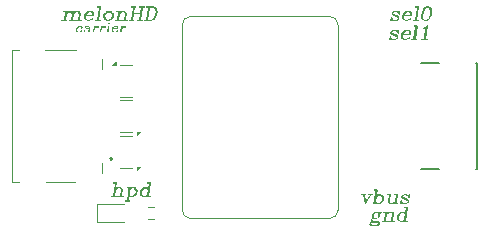
<source format=gbr>
%TF.GenerationSoftware,KiCad,Pcbnew,9.0.0-rc3*%
%TF.CreationDate,2025-02-11T14:32:45-05:00*%
%TF.ProjectId,melonHD,6d656c6f-6e48-4442-9e6b-696361645f70,rev?*%
%TF.SameCoordinates,PX7459280PY6422c40*%
%TF.FileFunction,Legend,Top*%
%TF.FilePolarity,Positive*%
%FSLAX46Y46*%
G04 Gerber Fmt 4.6, Leading zero omitted, Abs format (unit mm)*
G04 Created by KiCad (PCBNEW 9.0.0-rc3) date 2025-02-11 14:32:45*
%MOMM*%
%LPD*%
G01*
G04 APERTURE LIST*
%ADD10C,0.187500*%
%ADD11C,0.120000*%
%ADD12C,0.100000*%
%ADD13C,0.200000*%
G04 APERTURE END LIST*
D10*
G36*
X29334364Y2309039D02*
G01*
X29311283Y2313161D01*
X29294430Y2325526D01*
X29286095Y2344119D01*
X29283989Y2366833D01*
X29292415Y2387441D01*
X29307070Y2405943D01*
X29330150Y2420414D01*
X29353231Y2426276D01*
X29680578Y2426276D01*
X29703659Y2422063D01*
X29720512Y2407408D01*
X29728846Y2388632D01*
X29730953Y2367657D01*
X29722527Y2344668D01*
X29705765Y2325800D01*
X29684791Y2313252D01*
X29661710Y2309039D01*
X29586148Y2309039D01*
X29716298Y1809318D01*
X30010031Y2309039D01*
X29858997Y2314901D01*
X29842145Y2327083D01*
X29831703Y2345309D01*
X29831703Y2367657D01*
X29838023Y2387991D01*
X29854784Y2406217D01*
X29875758Y2420414D01*
X29898839Y2426276D01*
X30226186Y2426276D01*
X30249267Y2422154D01*
X30266120Y2407683D01*
X30276561Y2389181D01*
X30276561Y2368482D01*
X30268226Y2345859D01*
X30253480Y2327266D01*
X30232506Y2314901D01*
X30138075Y2310688D01*
X29712085Y1582722D01*
X29695324Y1563854D01*
X29674350Y1551215D01*
X29651177Y1547001D01*
X29628096Y1551215D01*
X29611335Y1563763D01*
X29600894Y1582722D01*
X29403607Y2309039D01*
X29334364Y2309039D01*
G37*
G36*
X30654466Y2797220D02*
G01*
X30671318Y2784763D01*
X30681760Y2765895D01*
X30681760Y2742998D01*
X30618837Y2346134D01*
X30646131Y2365276D01*
X30765749Y2420414D01*
X30790936Y2424627D01*
X30918889Y2420414D01*
X31074228Y2365826D01*
X31095202Y2353186D01*
X31187526Y2244010D01*
X31197967Y2220929D01*
X31227368Y2057164D01*
X31204287Y1912358D01*
X31122496Y1748593D01*
X31105643Y1727527D01*
X30977691Y1618351D01*
X30952503Y1603696D01*
X30761536Y1547001D01*
X30652451Y1547001D01*
X30627263Y1552863D01*
X30526513Y1607543D01*
X30505539Y1626411D01*
X30492991Y1583546D01*
X30478245Y1565137D01*
X30457270Y1552863D01*
X30432083Y1548650D01*
X30409002Y1558725D01*
X30379601Y1548650D01*
X30356520Y1552863D01*
X30339759Y1565411D01*
X30331332Y1584371D01*
X30329226Y1607452D01*
X30358460Y1790634D01*
X30530726Y1790634D01*
X30604091Y1708477D01*
X30685973Y1664238D01*
X30765749Y1664238D01*
X30862286Y1708477D01*
X30969264Y1799060D01*
X31038507Y1940294D01*
X31051147Y2030877D01*
X31028066Y2172111D01*
X30950396Y2264801D01*
X30868514Y2309039D01*
X30786723Y2309039D01*
X30692293Y2264801D01*
X30591543Y2178430D01*
X30530726Y1790634D01*
X30358460Y1790634D01*
X30501325Y2685845D01*
X30373281Y2690058D01*
X30356520Y2702881D01*
X30348094Y2722206D01*
X30345987Y2745745D01*
X30354413Y2769284D01*
X30369068Y2788610D01*
X30390042Y2801433D01*
X30415230Y2801433D01*
X30631385Y2801433D01*
X30654466Y2797220D01*
G37*
G36*
X31483365Y2309039D02*
G01*
X31466604Y2321862D01*
X31458269Y2341188D01*
X31456162Y2364727D01*
X31464497Y2386159D01*
X31479243Y2405393D01*
X31502324Y2420414D01*
X31525405Y2426276D01*
X31743667Y2426276D01*
X31764641Y2422063D01*
X31781402Y2407408D01*
X31791935Y2388449D01*
X31791935Y2367474D01*
X31699520Y1781841D01*
X31726814Y1704080D01*
X31800270Y1664238D01*
X31886366Y1664238D01*
X32037399Y1710034D01*
X32131830Y1791183D01*
X32213712Y2303177D01*
X32085668Y2307391D01*
X32068907Y2320396D01*
X32058374Y2339997D01*
X32058374Y2363902D01*
X32066800Y2385609D01*
X32081455Y2405210D01*
X32102429Y2420414D01*
X32127616Y2426276D01*
X32343771Y2426276D01*
X32366852Y2422063D01*
X32383705Y2407408D01*
X32392040Y2388449D01*
X32394146Y2367474D01*
X32282955Y1664238D01*
X32387918Y1664238D01*
X32410999Y1660025D01*
X32427760Y1647385D01*
X32436187Y1628518D01*
X32438202Y1605437D01*
X32429867Y1582264D01*
X32415121Y1563396D01*
X32394146Y1552863D01*
X32368959Y1547001D01*
X32152804Y1547001D01*
X32129723Y1549474D01*
X32112962Y1564587D01*
X32102429Y1582997D01*
X32104536Y1625861D01*
X32071013Y1602414D01*
X31896807Y1547001D01*
X31764641Y1544895D01*
X31575780Y1613955D01*
X31529618Y1739618D01*
X31527512Y1766820D01*
X31611409Y2304826D01*
X31483365Y2309039D01*
G37*
G36*
X32688245Y2258664D02*
G01*
X32698778Y2281745D01*
X32715540Y2300704D01*
X32795315Y2365826D01*
X32912827Y2420414D01*
X32940029Y2426276D01*
X33158291Y2426276D01*
X33183478Y2421238D01*
X33294761Y2359964D01*
X33334604Y2414552D01*
X33355578Y2422887D01*
X33380765Y2426276D01*
X33399633Y2419956D01*
X33416394Y2407408D01*
X33424821Y2388632D01*
X33424821Y2367657D01*
X33391298Y2149579D01*
X33382872Y2128605D01*
X33370232Y2109645D01*
X33349258Y2097097D01*
X33326177Y2090778D01*
X33305203Y2094991D01*
X33286335Y2105524D01*
X33242280Y2223035D01*
X33206559Y2264984D01*
X33124768Y2309039D01*
X32935908Y2309039D01*
X32839371Y2264892D01*
X32803650Y2233385D01*
X32828838Y2197756D01*
X32921161Y2149396D01*
X33173037Y2040219D01*
X33290548Y1972992D01*
X33336710Y1918312D01*
X33347152Y1899444D01*
X33347152Y1878470D01*
X33321964Y1714613D01*
X33313629Y1691532D01*
X33298883Y1672573D01*
X33219199Y1607452D01*
X33099581Y1552863D01*
X33074393Y1547001D01*
X32854025Y1547001D01*
X32830944Y1554512D01*
X32717646Y1619175D01*
X32677712Y1564587D01*
X32656738Y1552039D01*
X32633657Y1547001D01*
X32612683Y1551215D01*
X32595922Y1565869D01*
X32587495Y1584645D01*
X32585389Y1605620D01*
X32619003Y1823698D01*
X32629444Y1844764D01*
X32644190Y1863632D01*
X32665164Y1876180D01*
X32686139Y1882500D01*
X32709220Y1878286D01*
X32725981Y1867845D01*
X32770128Y1748227D01*
X32805757Y1708293D01*
X32887639Y1664238D01*
X33078607Y1664238D01*
X33173037Y1708385D01*
X33208666Y1737786D01*
X33217092Y1798694D01*
X33191905Y1830201D01*
X33101687Y1878470D01*
X32847705Y1985631D01*
X32742834Y2042326D01*
X32673591Y2126315D01*
X32679819Y2204076D01*
X32688245Y2258664D01*
G37*
G36*
X31776312Y16158664D02*
G01*
X31786845Y16181745D01*
X31803607Y16200704D01*
X31883382Y16265826D01*
X32000894Y16320414D01*
X32028096Y16326276D01*
X32246358Y16326276D01*
X32271545Y16321238D01*
X32382828Y16259964D01*
X32422671Y16314552D01*
X32443645Y16322887D01*
X32468832Y16326276D01*
X32487700Y16319956D01*
X32504461Y16307408D01*
X32512888Y16288632D01*
X32512888Y16267657D01*
X32479365Y16049579D01*
X32470939Y16028605D01*
X32458299Y16009645D01*
X32437325Y15997097D01*
X32414244Y15990778D01*
X32393270Y15994991D01*
X32374402Y16005524D01*
X32330347Y16123035D01*
X32294626Y16164984D01*
X32212835Y16209039D01*
X32023975Y16209039D01*
X31927438Y16164892D01*
X31891717Y16133385D01*
X31916905Y16097756D01*
X32009228Y16049396D01*
X32261104Y15940219D01*
X32378615Y15872992D01*
X32424777Y15818312D01*
X32435219Y15799444D01*
X32435219Y15778470D01*
X32410031Y15614613D01*
X32401696Y15591532D01*
X32386950Y15572573D01*
X32307266Y15507452D01*
X32187648Y15452863D01*
X32162460Y15447001D01*
X31942092Y15447001D01*
X31919011Y15454512D01*
X31805713Y15519175D01*
X31765779Y15464587D01*
X31744805Y15452039D01*
X31721724Y15447001D01*
X31700750Y15451215D01*
X31683989Y15465869D01*
X31675562Y15484645D01*
X31673456Y15505620D01*
X31707070Y15723698D01*
X31717511Y15744764D01*
X31732257Y15763632D01*
X31753231Y15776180D01*
X31774206Y15782500D01*
X31797287Y15778286D01*
X31814048Y15767845D01*
X31858195Y15648227D01*
X31893824Y15608293D01*
X31975706Y15564238D01*
X32166674Y15564238D01*
X32261104Y15608385D01*
X32296733Y15637786D01*
X32305159Y15698694D01*
X32279972Y15730201D01*
X32189754Y15778470D01*
X31935772Y15885631D01*
X31830901Y15942326D01*
X31761658Y16026315D01*
X31767886Y16104076D01*
X31776312Y16158664D01*
G37*
G36*
X33301853Y16319956D02*
G01*
X33402603Y16265368D01*
X33471846Y16183394D01*
X33507475Y16076232D01*
X33509582Y16048846D01*
X33484394Y15918604D01*
X33469740Y15897630D01*
X33448765Y15884990D01*
X33423578Y15880777D01*
X32829701Y15880777D01*
X32823381Y15840935D01*
X32846462Y15700526D01*
X32924132Y15608293D01*
X33005922Y15564238D01*
X33092018Y15564238D01*
X33238839Y15610400D01*
X33377416Y15723698D01*
X33400497Y15727911D01*
X33421471Y15723698D01*
X33440339Y15711150D01*
X33448765Y15690176D01*
X33448765Y15669201D01*
X33442445Y15646120D01*
X33299747Y15518168D01*
X33272452Y15503513D01*
X33083592Y15447001D01*
X32955547Y15449108D01*
X32800301Y15503696D01*
X32779326Y15518351D01*
X32687002Y15627436D01*
X32676469Y15650517D01*
X32647069Y15831043D01*
X32670150Y15958996D01*
X32689659Y15998013D01*
X32869543Y15998013D01*
X33331254Y15998013D01*
X33345909Y16088780D01*
X33318614Y16168922D01*
X33243052Y16209039D01*
X33108779Y16209039D01*
X33012242Y16164709D01*
X32905172Y16071836D01*
X32869543Y15998013D01*
X32689659Y15998013D01*
X32752032Y16122760D01*
X32768793Y16145841D01*
X32896838Y16254926D01*
X32922025Y16267474D01*
X33110886Y16324169D01*
X33276666Y16326276D01*
X33301853Y16319956D01*
G37*
G36*
X33754954Y16590058D02*
G01*
X33736086Y16602881D01*
X33727660Y16622206D01*
X33725553Y16645745D01*
X33733980Y16669284D01*
X33750741Y16688610D01*
X33773822Y16701433D01*
X33794796Y16701433D01*
X34015164Y16701433D01*
X34036139Y16697220D01*
X34052900Y16684672D01*
X34063433Y16665804D01*
X34063433Y16642723D01*
X33893440Y15564238D01*
X33998403Y15564238D01*
X34019378Y15560116D01*
X34036139Y15547752D01*
X34044565Y15529159D01*
X34048778Y15506444D01*
X34038245Y15483821D01*
X34021484Y15465228D01*
X34000510Y15452863D01*
X33979536Y15447001D01*
X33595494Y15447001D01*
X33574520Y15451123D01*
X33555652Y15463488D01*
X33545119Y15482081D01*
X33545119Y15504795D01*
X33553545Y15527418D01*
X33568200Y15546011D01*
X33591281Y15558376D01*
X33719325Y15562589D01*
X33880892Y16585845D01*
X33754954Y16590058D01*
G37*
G36*
X34559948Y16367858D02*
G01*
X34541080Y16372071D01*
X34520106Y16382604D01*
X34509573Y16401472D01*
X34505451Y16422446D01*
X34513786Y16445527D01*
X34528532Y16466502D01*
X34658592Y16527318D01*
X34839026Y16684672D01*
X34860092Y16697220D01*
X34883173Y16701433D01*
X34906254Y16697220D01*
X34923015Y16684672D01*
X34933548Y16665804D01*
X34933548Y16642723D01*
X34761448Y15564238D01*
X34941883Y15560116D01*
X34960751Y15547752D01*
X34969177Y15529159D01*
X34971284Y15506444D01*
X34962857Y15483821D01*
X34946096Y15465228D01*
X34925122Y15452863D01*
X34904147Y15447001D01*
X34411021Y15447001D01*
X34390047Y15451215D01*
X34373194Y15463763D01*
X34362753Y15482539D01*
X34360646Y15505620D01*
X34371179Y15528609D01*
X34385833Y15547477D01*
X34406808Y15560025D01*
X34589349Y15564238D01*
X34729941Y16447634D01*
X34702647Y16428766D01*
X34559948Y16367858D01*
G37*
G36*
X4067886Y17809039D02*
G01*
X4051125Y17821862D01*
X4038577Y17841188D01*
X4038577Y17864727D01*
X4044805Y17886159D01*
X4063764Y17905393D01*
X4084739Y17920414D01*
X4105713Y17926276D01*
X4326081Y17926276D01*
X4349162Y17921879D01*
X4365923Y17906584D01*
X4374350Y17886983D01*
X4372243Y17843294D01*
X4407872Y17864727D01*
X4579972Y17920414D01*
X4712138Y17924627D01*
X4882131Y17866558D01*
X4898983Y17856300D01*
X4924079Y17802445D01*
X4982881Y17854926D01*
X5008068Y17867474D01*
X5199036Y17926276D01*
X5314440Y17926276D01*
X5484433Y17867474D01*
X5501195Y17857033D01*
X5511728Y17838074D01*
X5549463Y17728989D01*
X5553676Y17703709D01*
X5467672Y17164238D01*
X5593518Y17160025D01*
X5610371Y17147385D01*
X5618706Y17128518D01*
X5622919Y17105437D01*
X5612478Y17084371D01*
X5597732Y17065503D01*
X5576757Y17052863D01*
X5553676Y17047001D01*
X5169635Y17047001D01*
X5148661Y17051306D01*
X5129793Y17064037D01*
X5121366Y17081073D01*
X5119260Y17104521D01*
X5127686Y17127968D01*
X5144447Y17147202D01*
X5167528Y17159933D01*
X5188503Y17164238D01*
X5293466Y17164238D01*
X5377364Y17684567D01*
X5350161Y17763610D01*
X5278812Y17803177D01*
X5190609Y17803177D01*
X5041682Y17755275D01*
X4947160Y17674126D01*
X4865369Y17164238D01*
X4970333Y17164238D01*
X4991307Y17160025D01*
X5008068Y17147385D01*
X5018601Y17128518D01*
X5020616Y17105437D01*
X5010175Y17082264D01*
X4995429Y17063396D01*
X4974454Y17052863D01*
X4953480Y17048925D01*
X4569439Y17047001D01*
X4548464Y17051398D01*
X4529597Y17064587D01*
X4519064Y17083272D01*
X4519064Y17106078D01*
X4527490Y17128976D01*
X4542145Y17147660D01*
X4565317Y17160116D01*
X4586291Y17164238D01*
X4693270Y17164238D01*
X4775152Y17684567D01*
X4747858Y17763610D01*
X4676509Y17803177D01*
X4590413Y17803177D01*
X4441486Y17755275D01*
X4344949Y17674126D01*
X4265173Y17164238D01*
X4370137Y17164238D01*
X4391111Y17160116D01*
X4407872Y17147752D01*
X4418405Y17129159D01*
X4420512Y17106444D01*
X4412085Y17083821D01*
X4393217Y17065228D01*
X4372243Y17052863D01*
X4351177Y17047001D01*
X3967227Y17047001D01*
X3946161Y17051398D01*
X3929400Y17064587D01*
X3918959Y17083272D01*
X3916852Y17106078D01*
X3925187Y17128976D01*
X3944146Y17147660D01*
X3965121Y17160116D01*
X3986095Y17164238D01*
X4090967Y17164238D01*
X4193824Y17804826D01*
X4067886Y17809039D01*
G37*
G36*
X6473800Y17919956D02*
G01*
X6574550Y17865368D01*
X6643793Y17783394D01*
X6679422Y17676232D01*
X6681529Y17648846D01*
X6656341Y17518604D01*
X6641687Y17497630D01*
X6620712Y17484990D01*
X6595525Y17480777D01*
X6001648Y17480777D01*
X5995328Y17440935D01*
X6018409Y17300526D01*
X6096079Y17208293D01*
X6177869Y17164238D01*
X6263965Y17164238D01*
X6410786Y17210400D01*
X6549363Y17323698D01*
X6572444Y17327911D01*
X6593418Y17323698D01*
X6612286Y17311150D01*
X6620712Y17290176D01*
X6620712Y17269201D01*
X6614392Y17246120D01*
X6471694Y17118168D01*
X6444399Y17103513D01*
X6255539Y17047001D01*
X6127494Y17049108D01*
X5972247Y17103696D01*
X5951273Y17118351D01*
X5858949Y17227436D01*
X5848416Y17250517D01*
X5819016Y17431043D01*
X5842097Y17558996D01*
X5861606Y17598013D01*
X6041490Y17598013D01*
X6503201Y17598013D01*
X6517855Y17688780D01*
X6490561Y17768922D01*
X6414999Y17809039D01*
X6280726Y17809039D01*
X6184189Y17764709D01*
X6077119Y17671836D01*
X6041490Y17598013D01*
X5861606Y17598013D01*
X5923979Y17722760D01*
X5940740Y17745841D01*
X6068784Y17854926D01*
X6093972Y17867474D01*
X6282833Y17924169D01*
X6448613Y17926276D01*
X6473800Y17919956D01*
G37*
G36*
X6926901Y18190058D02*
G01*
X6908033Y18202881D01*
X6899607Y18222206D01*
X6897500Y18245745D01*
X6905927Y18269284D01*
X6922688Y18288610D01*
X6945769Y18301433D01*
X6966743Y18301433D01*
X7187111Y18301433D01*
X7208086Y18297220D01*
X7224847Y18284672D01*
X7235380Y18265804D01*
X7235380Y18242723D01*
X7065387Y17164238D01*
X7170350Y17164238D01*
X7191325Y17160116D01*
X7208086Y17147752D01*
X7216512Y17129159D01*
X7220725Y17106444D01*
X7210192Y17083821D01*
X7193431Y17065228D01*
X7172457Y17052863D01*
X7151482Y17047001D01*
X6767441Y17047001D01*
X6746467Y17051123D01*
X6727599Y17063488D01*
X6717066Y17082081D01*
X6717066Y17104795D01*
X6725492Y17127418D01*
X6740147Y17146011D01*
X6763228Y17158376D01*
X6891272Y17162589D01*
X7052839Y18185845D01*
X6926901Y18190058D01*
G37*
G36*
X8044587Y17922063D02*
G01*
X8197819Y17867383D01*
X8218793Y17854743D01*
X8313224Y17745383D01*
X8323757Y17722211D01*
X8353066Y17558171D01*
X8329985Y17412999D01*
X8248194Y17248960D01*
X8229235Y17225787D01*
X8103388Y17116428D01*
X8078201Y17101681D01*
X7906101Y17047001D01*
X7773935Y17044895D01*
X7603942Y17101681D01*
X7582968Y17116428D01*
X7490553Y17225787D01*
X7480111Y17248960D01*
X7450710Y17412999D01*
X7455239Y17441484D01*
X7627023Y17441484D01*
X7650104Y17300800D01*
X7729788Y17208385D01*
X7811671Y17164238D01*
X7891447Y17164238D01*
X7985877Y17208385D01*
X8094962Y17300800D01*
X8162098Y17441484D01*
X8176844Y17531793D01*
X8153764Y17672477D01*
X8073988Y17764892D01*
X7992105Y17809039D01*
X7912421Y17809039D01*
X7817991Y17764892D01*
X7708814Y17672477D01*
X7641678Y17531793D01*
X7627023Y17441484D01*
X7455239Y17441484D01*
X7473791Y17558171D01*
X7555674Y17722211D01*
X7574542Y17745383D01*
X7700479Y17854743D01*
X7725667Y17867383D01*
X7912421Y17926276D01*
X8044587Y17922063D01*
G37*
G36*
X8581494Y17809039D02*
G01*
X8562626Y17821862D01*
X8554291Y17841188D01*
X8554291Y17864727D01*
X8560519Y17886159D01*
X8577372Y17905393D01*
X8598347Y17920414D01*
X8621428Y17926276D01*
X8839689Y17926276D01*
X8862770Y17921879D01*
X8877425Y17906584D01*
X8887958Y17886983D01*
X8885851Y17843294D01*
X8921480Y17864727D01*
X9093579Y17920414D01*
X9227852Y17924627D01*
X9414606Y17855476D01*
X9462875Y17727706D01*
X9464981Y17702610D01*
X9378977Y17164238D01*
X9483941Y17164238D01*
X9507022Y17160025D01*
X9523783Y17147385D01*
X9534224Y17128518D01*
X9534224Y17105437D01*
X9525889Y17082264D01*
X9511143Y17063396D01*
X9490169Y17052863D01*
X9464981Y17048925D01*
X9083047Y17047001D01*
X9062072Y17051215D01*
X9045311Y17063763D01*
X9034778Y17082630D01*
X9034778Y17105620D01*
X9041098Y17128609D01*
X9057859Y17147477D01*
X9078925Y17160025D01*
X9102006Y17164238D01*
X9208984Y17164238D01*
X9290867Y17684567D01*
X9263573Y17763610D01*
X9190116Y17803177D01*
X9106127Y17803177D01*
X8955094Y17755275D01*
X8858557Y17674126D01*
X8776674Y17164238D01*
X8883744Y17164238D01*
X8904719Y17160116D01*
X8921480Y17147752D01*
X8932013Y17129159D01*
X8932013Y17106444D01*
X8925693Y17083821D01*
X8908932Y17065228D01*
X8887958Y17052863D01*
X8864785Y17047001D01*
X8482942Y17047001D01*
X8459769Y17051215D01*
X8443008Y17063763D01*
X8432567Y17082630D01*
X8432567Y17105620D01*
X8440902Y17128609D01*
X8455648Y17147477D01*
X8476622Y17160025D01*
X8501810Y17164238D01*
X8606681Y17164238D01*
X8709538Y17804826D01*
X8581494Y17809039D01*
G37*
G36*
X9803135Y18190058D02*
G01*
X9786374Y18202881D01*
X9777948Y18222206D01*
X9775841Y18245745D01*
X9784268Y18269284D01*
X9801029Y18288610D01*
X9822003Y18301433D01*
X9845084Y18301433D01*
X10227019Y18301433D01*
X10250100Y18297311D01*
X10266953Y18284946D01*
X10275287Y18266353D01*
X10277394Y18243639D01*
X10269059Y18221016D01*
X10252206Y18202423D01*
X10231232Y18190058D01*
X10105386Y18184196D01*
X10038158Y17762145D01*
X10573325Y17762145D01*
X10640461Y18184196D01*
X10514523Y18188409D01*
X10497762Y18201415D01*
X10489336Y18221016D01*
X10487321Y18244921D01*
X10495656Y18268826D01*
X10510402Y18288427D01*
X10531376Y18301433D01*
X10556564Y18301433D01*
X10938498Y18301433D01*
X10961579Y18297220D01*
X10978340Y18284672D01*
X10986767Y18265804D01*
X10988873Y18242814D01*
X10980447Y18219825D01*
X10963686Y18200957D01*
X10942620Y18188409D01*
X10919539Y18184196D01*
X10814667Y18184196D01*
X10650994Y17164238D01*
X10757972Y17164238D01*
X10778947Y17160116D01*
X10795799Y17147752D01*
X10806241Y17129159D01*
X10806241Y17106444D01*
X10799921Y17083821D01*
X10783160Y17065228D01*
X10762186Y17052863D01*
X10739105Y17047001D01*
X10357170Y17047001D01*
X10334089Y17051123D01*
X10317328Y17063488D01*
X10306795Y17082081D01*
X10306795Y17104795D01*
X10315221Y17127418D01*
X10329876Y17146011D01*
X10350850Y17158376D01*
X10478894Y17162589D01*
X10554457Y17644908D01*
X10019290Y17644908D01*
X9941621Y17162589D01*
X10069665Y17158376D01*
X10086427Y17146195D01*
X10094853Y17127968D01*
X10094853Y17105620D01*
X10088533Y17083272D01*
X10071772Y17065045D01*
X10050798Y17052863D01*
X10027717Y17047001D01*
X9645782Y17047001D01*
X9622701Y17051123D01*
X9605848Y17063488D01*
X9595407Y17082081D01*
X9595407Y17104795D01*
X9603833Y17127510D01*
X9618488Y17146103D01*
X9639462Y17158468D01*
X9664650Y17162589D01*
X9769613Y17162589D01*
X9931180Y18185845D01*
X9803135Y18190058D01*
G37*
G36*
X11867690Y18244829D02*
G01*
X11888664Y18230083D01*
X11989414Y18108450D01*
X12029348Y17990939D01*
X12058657Y17829464D01*
X12014602Y17537838D01*
X11928598Y17357495D01*
X11850929Y17239984D01*
X11712443Y17118351D01*
X11687255Y17103605D01*
X11496288Y17047001D01*
X10948573Y17047001D01*
X10927599Y17052863D01*
X10910746Y17065686D01*
X10900305Y17085012D01*
X10900305Y17108551D01*
X10906625Y17132090D01*
X10923386Y17151415D01*
X10944360Y17164238D01*
X11074511Y17168451D01*
X11244413Y17168451D01*
X11500501Y17168451D01*
X11594932Y17212415D01*
X11708230Y17304556D01*
X11769046Y17400818D01*
X11844609Y17551577D01*
X11884542Y17802719D01*
X11857248Y17953478D01*
X11825741Y18049741D01*
X11743859Y18143988D01*
X11662068Y18185845D01*
X11406071Y18185845D01*
X11244413Y17168451D01*
X11074511Y17168451D01*
X11236078Y18185845D01*
X11108033Y18190058D01*
X11091272Y18202881D01*
X11080739Y18222206D01*
X11080739Y18245745D01*
X11089166Y18269284D01*
X11103820Y18288610D01*
X11124795Y18301433D01*
X11149982Y18301433D01*
X11699803Y18301433D01*
X11867690Y18244829D01*
G37*
G36*
X8297287Y3290058D02*
G01*
X8280526Y3302881D01*
X8272099Y3322206D01*
X8269993Y3345745D01*
X8278419Y3369284D01*
X8293074Y3388610D01*
X8314048Y3401433D01*
X8339235Y3401433D01*
X8555390Y3401433D01*
X8578471Y3397220D01*
X8595324Y3384763D01*
X8605765Y3365987D01*
X8605765Y3342998D01*
X8542842Y2946683D01*
X8578471Y2967657D01*
X8769439Y3026276D01*
X8897483Y3022063D01*
X9071689Y2956850D01*
X9119958Y2828439D01*
X9122064Y2803160D01*
X9035969Y2264238D01*
X9140932Y2264238D01*
X9164013Y2260116D01*
X9180774Y2247752D01*
X9191307Y2229159D01*
X9191307Y2206444D01*
X9182881Y2183821D01*
X9168226Y2165228D01*
X9147160Y2152863D01*
X9122064Y2147001D01*
X8740130Y2147001D01*
X8719064Y2151215D01*
X8700196Y2163763D01*
X8691861Y2182630D01*
X8691861Y2205620D01*
X8698089Y2228609D01*
X8714942Y2247477D01*
X8735916Y2260025D01*
X8758997Y2264238D01*
X8863869Y2264238D01*
X8947858Y2788963D01*
X8920564Y2869014D01*
X8847108Y2909039D01*
X8763210Y2909039D01*
X8612085Y2860588D01*
X8515548Y2778430D01*
X8433666Y2264238D01*
X8540736Y2264238D01*
X8561710Y2260116D01*
X8578471Y2247752D01*
X8589004Y2229159D01*
X8589004Y2206444D01*
X8582685Y2183821D01*
X8565923Y2165228D01*
X8544949Y2152863D01*
X8521868Y2147001D01*
X8139933Y2147001D01*
X8116852Y2151215D01*
X8100000Y2163763D01*
X8089558Y2182630D01*
X8089558Y2205620D01*
X8097893Y2228609D01*
X8112639Y2247477D01*
X8133614Y2260025D01*
X8158801Y2264238D01*
X8263764Y2264238D01*
X8425331Y3285845D01*
X8297287Y3290058D01*
G37*
G36*
X9743510Y3021879D02*
G01*
X9760271Y3006584D01*
X9768697Y2986983D01*
X9766591Y2943294D01*
X9795900Y2963170D01*
X9913411Y3020414D01*
X9940705Y3024627D01*
X10068750Y3020414D01*
X10221981Y2965826D01*
X10242956Y2953186D01*
X10335280Y2844010D01*
X10345721Y2820929D01*
X10375122Y2657164D01*
X10352041Y2512358D01*
X10272265Y2348593D01*
X10253397Y2325421D01*
X10125444Y2216244D01*
X10100257Y2201590D01*
X9930264Y2147001D01*
X9800113Y2144895D01*
X9777032Y2152863D01*
X9674175Y2207360D01*
X9653201Y2226319D01*
X9598704Y1883219D01*
X9703576Y1883219D01*
X9726657Y1879098D01*
X9743510Y1864626D01*
X9751844Y1846125D01*
X9753951Y1825425D01*
X9745525Y1802802D01*
X9730870Y1784209D01*
X9709896Y1771844D01*
X9684708Y1771844D01*
X9302773Y1771844D01*
X9281799Y1775783D01*
X9262931Y1787507D01*
X9254505Y1805092D01*
X9254505Y1826524D01*
X9260825Y1846125D01*
X9277586Y1863710D01*
X9298560Y1877357D01*
X9426605Y1881571D01*
X9508119Y2391183D01*
X9678388Y2391183D01*
X9751844Y2307927D01*
X9833727Y2264238D01*
X9913411Y2264238D01*
X10009948Y2307927D01*
X10117018Y2399518D01*
X10186261Y2538920D01*
X10200915Y2628496D01*
X10175728Y2767897D01*
X10098150Y2859488D01*
X10016268Y2903177D01*
X9936492Y2903177D01*
X9840047Y2859488D01*
X9739297Y2774126D01*
X9678388Y2391183D01*
X9508119Y2391183D01*
X9590278Y2904826D01*
X9462234Y2909039D01*
X9445472Y2921862D01*
X9435031Y2941188D01*
X9435031Y2964727D01*
X9441259Y2986159D01*
X9458112Y3005393D01*
X9479086Y3020414D01*
X9502167Y3026276D01*
X9720429Y3026276D01*
X9743510Y3021879D01*
G37*
G36*
X11460018Y3397220D02*
G01*
X11476871Y3384672D01*
X11485205Y3365804D01*
X11485205Y3342723D01*
X11315304Y2264238D01*
X11420176Y2264238D01*
X11443257Y2260116D01*
X11460018Y2247752D01*
X11468444Y2229159D01*
X11470551Y2206444D01*
X11462124Y2183821D01*
X11445363Y2165228D01*
X11424389Y2152863D01*
X11401308Y2147001D01*
X11185153Y2147001D01*
X11162072Y2151215D01*
X11145311Y2163854D01*
X11134778Y2182814D01*
X11136885Y2227144D01*
X11109590Y2208001D01*
X10992079Y2152863D01*
X10964785Y2147001D01*
X10851487Y2147001D01*
X10681494Y2203788D01*
X10662626Y2218534D01*
X10568196Y2325787D01*
X10557663Y2348960D01*
X10530369Y2529852D01*
X10532083Y2540294D01*
X10704575Y2540294D01*
X10727656Y2399060D01*
X10807432Y2306370D01*
X10889222Y2264238D01*
X10968998Y2264238D01*
X11063429Y2308477D01*
X11164179Y2390634D01*
X11224995Y2778430D01*
X11151539Y2864801D01*
X11069748Y2909039D01*
X10989973Y2909039D01*
X10895542Y2864801D01*
X10786457Y2772111D01*
X10719321Y2630877D01*
X10704575Y2540294D01*
X10532083Y2540294D01*
X10551435Y2658171D01*
X10633225Y2822211D01*
X10652093Y2845383D01*
X10778031Y2954743D01*
X10803218Y2967383D01*
X10985759Y3024169D01*
X11103271Y3026276D01*
X11128458Y3019956D01*
X11229208Y2965459D01*
X11252289Y2946500D01*
X11306878Y3290058D01*
X11178833Y3294180D01*
X11159966Y3306544D01*
X11151539Y3325137D01*
X11151539Y3347852D01*
X11157859Y3370475D01*
X11174620Y3389068D01*
X11195686Y3401433D01*
X11218767Y3401433D01*
X11436937Y3401433D01*
X11460018Y3397220D01*
G37*
G36*
X30667332Y920414D02*
G01*
X30770189Y865917D01*
X30795376Y840730D01*
X30826884Y865917D01*
X30944395Y920414D01*
X30969583Y924627D01*
X30990557Y920414D01*
X31011531Y907958D01*
X31019958Y889273D01*
X31019958Y866467D01*
X31011531Y812611D01*
X31005212Y789713D01*
X30988450Y771120D01*
X30967476Y758664D01*
X30944395Y754542D01*
X30860406Y754542D01*
X30852071Y746208D01*
X30877259Y676690D01*
X30879365Y649304D01*
X30860406Y539761D01*
X30852071Y514482D01*
X30778615Y405031D01*
X30703053Y335513D01*
X30566674Y270209D01*
X30539379Y263889D01*
X30430203Y263889D01*
X30405015Y270209D01*
X30304357Y322599D01*
X30279169Y347787D01*
X30214048Y253539D01*
X30212033Y236870D01*
X30235114Y209942D01*
X30369386Y164238D01*
X30633810Y164238D01*
X30805909Y107910D01*
X30824777Y95362D01*
X30873046Y-31858D01*
X30864619Y-109070D01*
X30856284Y-134074D01*
X30768082Y-261386D01*
X30745001Y-271827D01*
X30554034Y-328156D01*
X30224581Y-328156D01*
X30052481Y-271644D01*
X30033614Y-261111D01*
X29985345Y-133433D01*
X29983238Y-108245D01*
X29986326Y-94873D01*
X30104963Y-94873D01*
X30128044Y-169428D01*
X30253982Y-210919D01*
X30562460Y-210919D01*
X30700946Y-169428D01*
X30749215Y-94873D01*
X30753428Y-78295D01*
X30730347Y-51367D01*
X30595983Y-5755D01*
X30331651Y-5755D01*
X30226687Y25752D01*
X30155338Y4778D01*
X30109176Y-67945D01*
X30104963Y-94873D01*
X29986326Y-94873D01*
X30002106Y-26546D01*
X30075654Y80249D01*
X30090308Y97010D01*
X30117511Y111665D01*
X30090308Y193272D01*
X30090308Y216353D01*
X30109176Y295946D01*
X30178419Y404848D01*
X30222474Y444598D01*
X30203179Y499187D01*
X30360960Y499187D01*
X30388254Y419044D01*
X30463817Y381126D01*
X30543593Y381126D01*
X30629597Y419044D01*
X30682078Y499187D01*
X30711479Y688872D01*
X30684185Y769014D01*
X30610729Y809039D01*
X30530953Y809039D01*
X30444949Y769014D01*
X30390361Y688872D01*
X30360960Y499187D01*
X30203179Y499187D01*
X30197287Y515856D01*
X30195180Y540952D01*
X30212033Y649854D01*
X30222474Y677056D01*
X30293824Y783852D01*
X30375706Y857124D01*
X30530953Y926276D01*
X30644251Y926276D01*
X30667332Y920414D01*
G37*
G36*
X31198102Y809039D02*
G01*
X31179235Y821862D01*
X31170900Y841188D01*
X31170900Y864727D01*
X31177128Y886159D01*
X31193981Y905393D01*
X31214955Y920414D01*
X31238036Y926276D01*
X31456298Y926276D01*
X31479379Y921879D01*
X31494033Y906584D01*
X31504566Y886983D01*
X31502459Y843294D01*
X31538088Y864727D01*
X31710188Y920414D01*
X31844460Y924627D01*
X32031215Y855476D01*
X32079483Y727706D01*
X32081590Y702610D01*
X31995586Y164238D01*
X32100549Y164238D01*
X32123630Y160025D01*
X32140391Y147385D01*
X32150833Y128518D01*
X32150833Y105437D01*
X32142498Y82264D01*
X32127752Y63396D01*
X32106777Y52863D01*
X32081590Y48925D01*
X31699655Y47001D01*
X31678681Y51215D01*
X31661920Y63763D01*
X31651387Y82630D01*
X31651387Y105620D01*
X31657706Y128609D01*
X31674467Y147477D01*
X31695533Y160025D01*
X31718614Y164238D01*
X31825593Y164238D01*
X31907475Y684567D01*
X31880181Y763610D01*
X31806725Y803177D01*
X31722736Y803177D01*
X31571702Y755275D01*
X31475165Y674126D01*
X31393283Y164238D01*
X31500353Y164238D01*
X31521327Y160116D01*
X31538088Y147752D01*
X31548621Y129159D01*
X31548621Y106444D01*
X31542302Y83821D01*
X31525540Y65228D01*
X31504566Y52863D01*
X31481394Y47001D01*
X31099550Y47001D01*
X31076378Y51215D01*
X31059617Y63763D01*
X31049175Y82630D01*
X31049175Y105620D01*
X31057510Y128609D01*
X31072256Y147477D01*
X31093231Y160025D01*
X31118418Y164238D01*
X31223290Y164238D01*
X31326147Y804826D01*
X31198102Y809039D01*
G37*
G36*
X33248643Y1297220D02*
G01*
X33265496Y1284672D01*
X33273831Y1265804D01*
X33273831Y1242723D01*
X33103929Y164238D01*
X33208801Y164238D01*
X33231882Y160116D01*
X33248643Y147752D01*
X33257070Y129159D01*
X33259176Y106444D01*
X33250750Y83821D01*
X33233989Y65228D01*
X33213014Y52863D01*
X33189933Y47001D01*
X32973778Y47001D01*
X32950697Y51215D01*
X32933936Y63854D01*
X32923403Y82814D01*
X32925510Y127144D01*
X32898216Y108001D01*
X32780704Y52863D01*
X32753410Y47001D01*
X32640112Y47001D01*
X32470119Y103788D01*
X32451251Y118534D01*
X32356821Y225787D01*
X32346288Y248960D01*
X32318994Y429852D01*
X32320708Y440294D01*
X32493200Y440294D01*
X32516281Y299060D01*
X32596057Y206370D01*
X32677848Y164238D01*
X32757623Y164238D01*
X32852054Y208477D01*
X32952804Y290634D01*
X33013620Y678430D01*
X32940164Y764801D01*
X32858374Y809039D01*
X32778598Y809039D01*
X32684167Y764801D01*
X32575082Y672111D01*
X32507946Y530877D01*
X32493200Y440294D01*
X32320708Y440294D01*
X32340060Y558171D01*
X32421851Y722211D01*
X32440718Y745383D01*
X32566656Y854743D01*
X32591844Y867383D01*
X32774385Y924169D01*
X32891896Y926276D01*
X32917083Y919956D01*
X33017834Y865459D01*
X33040915Y846500D01*
X33095503Y1190058D01*
X32967459Y1194180D01*
X32948591Y1206544D01*
X32940164Y1225137D01*
X32940164Y1247852D01*
X32946484Y1270475D01*
X32963245Y1289068D01*
X32984311Y1301433D01*
X33007392Y1301433D01*
X33225562Y1301433D01*
X33248643Y1297220D01*
G37*
G36*
X5538490Y16673184D02*
G01*
X5555281Y16668971D01*
X5630813Y16625740D01*
X5692363Y16553078D01*
X5699385Y16540438D01*
X5699385Y16525051D01*
X5693767Y16488720D01*
X5688149Y16473333D01*
X5678380Y16460754D01*
X5636431Y16424362D01*
X5622448Y16415936D01*
X5607061Y16413127D01*
X5591612Y16415936D01*
X5580438Y16424362D01*
X5544046Y16473333D01*
X5542703Y16488720D01*
X5548259Y16504107D01*
X5590269Y16543247D01*
X5570669Y16565656D01*
X5516080Y16595027D01*
X5426565Y16595027D01*
X5362207Y16565595D01*
X5290827Y16503985D01*
X5244665Y16410196D01*
X5236300Y16349990D01*
X5251687Y16256201D01*
X5303467Y16194590D01*
X5357994Y16165159D01*
X5415391Y16165159D01*
X5513272Y16195934D01*
X5605656Y16271466D01*
X5621044Y16274275D01*
X5635027Y16271466D01*
X5647605Y16263101D01*
X5653223Y16249118D01*
X5653223Y16235135D01*
X5649010Y16219747D01*
X5637835Y16207108D01*
X5553877Y16134446D01*
X5535681Y16124676D01*
X5409774Y16087001D01*
X5324411Y16088406D01*
X5220913Y16124798D01*
X5206930Y16134568D01*
X5145381Y16207291D01*
X5138359Y16222678D01*
X5118758Y16343029D01*
X5134146Y16428331D01*
X5188734Y16537507D01*
X5199908Y16552895D01*
X5285271Y16625618D01*
X5302063Y16633983D01*
X5423757Y16671780D01*
X5538490Y16673184D01*
G37*
G36*
X6205700Y16668971D02*
G01*
X6272867Y16632579D01*
X6312007Y16589226D01*
X6342781Y16506672D01*
X6344186Y16488476D01*
X6305046Y16243561D01*
X6325990Y16184760D01*
X6344186Y16165159D01*
X6379174Y16162411D01*
X6390348Y16154168D01*
X6395965Y16141773D01*
X6397370Y16126630D01*
X6391752Y16111548D01*
X6380578Y16099153D01*
X6366595Y16090909D01*
X6351208Y16088101D01*
X6300833Y16090909D01*
X6222492Y16135056D01*
X6208509Y16168151D01*
X6156729Y16127424D01*
X6076984Y16090909D01*
X6060192Y16087001D01*
X5946864Y16087001D01*
X5822361Y16133163D01*
X5790182Y16217183D01*
X5788777Y16235379D01*
X5790192Y16243561D01*
X5904915Y16243561D01*
X5923111Y16191782D01*
X5972082Y16165159D01*
X6063001Y16165159D01*
X6125955Y16194590D01*
X6193122Y16250583D01*
X6218279Y16411600D01*
X6008413Y16378017D01*
X5948268Y16349990D01*
X5913280Y16298211D01*
X5904915Y16243561D01*
X5790192Y16243561D01*
X5801356Y16308102D01*
X5808378Y16324894D01*
X5865714Y16408914D01*
X6002856Y16455075D01*
X6214126Y16488659D01*
X6233666Y16505451D01*
X6239283Y16544652D01*
X6221087Y16565656D01*
X6166560Y16595027D01*
X6040592Y16595027D01*
X5991682Y16572617D01*
X5980447Y16509664D01*
X5970677Y16497085D01*
X5956694Y16488720D01*
X5903511Y16485911D01*
X5889528Y16488720D01*
X5878354Y16497085D01*
X5872736Y16509664D01*
X5875545Y16561443D01*
X5882506Y16576831D01*
X5893741Y16589409D01*
X5946864Y16632823D01*
X6025205Y16669276D01*
X6043401Y16673184D01*
X6188908Y16673184D01*
X6205700Y16668971D01*
G37*
G36*
X6557898Y16595027D02*
G01*
X6546724Y16603575D01*
X6539763Y16616459D01*
X6539763Y16632152D01*
X6543915Y16646440D01*
X6555150Y16659262D01*
X6569133Y16669276D01*
X6584521Y16672085D01*
X6745416Y16669276D01*
X6755185Y16659629D01*
X6762207Y16647172D01*
X6755185Y16583669D01*
X6815330Y16632762D01*
X6893671Y16669276D01*
X6913272Y16673184D01*
X7022448Y16673184D01*
X7036431Y16670253D01*
X7047605Y16659995D01*
X7083936Y16608704D01*
X7079784Y16557535D01*
X7074167Y16542148D01*
X7021044Y16493177D01*
X7007000Y16484812D01*
X6993017Y16482003D01*
X6977630Y16484812D01*
X6935681Y16529570D01*
X6928659Y16542148D01*
X6928659Y16557535D01*
X6934276Y16572923D01*
X6951068Y16591119D01*
X6909058Y16591119D01*
X6846105Y16561993D01*
X6774786Y16500932D01*
X6727220Y16407998D01*
X6688019Y16165159D01*
X6759399Y16165159D01*
X6773381Y16162411D01*
X6785960Y16154168D01*
X6791578Y16141773D01*
X6791578Y16126630D01*
X6787364Y16111548D01*
X6776190Y16099153D01*
X6762207Y16090909D01*
X6746759Y16087001D01*
X6492197Y16087001D01*
X6476749Y16089749D01*
X6465574Y16097992D01*
X6458614Y16110388D01*
X6458614Y16125531D01*
X6464170Y16140613D01*
X6474001Y16153008D01*
X6487984Y16161251D01*
X6573286Y16164060D01*
X6641857Y16592218D01*
X6557898Y16595027D01*
G37*
G36*
X7172413Y16595027D02*
G01*
X7161239Y16603575D01*
X7154278Y16616459D01*
X7154278Y16632152D01*
X7158430Y16646440D01*
X7169665Y16659262D01*
X7183648Y16669276D01*
X7199036Y16672085D01*
X7359931Y16669276D01*
X7369700Y16659629D01*
X7376722Y16647172D01*
X7369700Y16583669D01*
X7429845Y16632762D01*
X7508186Y16669276D01*
X7527787Y16673184D01*
X7636963Y16673184D01*
X7650946Y16670253D01*
X7662120Y16659995D01*
X7698451Y16608704D01*
X7694299Y16557535D01*
X7688682Y16542148D01*
X7635559Y16493177D01*
X7621515Y16484812D01*
X7607532Y16482003D01*
X7592145Y16484812D01*
X7550196Y16529570D01*
X7543174Y16542148D01*
X7543174Y16557535D01*
X7548791Y16572923D01*
X7565583Y16591119D01*
X7523573Y16591119D01*
X7460620Y16561993D01*
X7389301Y16500932D01*
X7341735Y16407998D01*
X7302534Y16165159D01*
X7373914Y16165159D01*
X7387896Y16162411D01*
X7400475Y16154168D01*
X7406093Y16141773D01*
X7406093Y16126630D01*
X7401879Y16111548D01*
X7390705Y16099153D01*
X7376722Y16090909D01*
X7361274Y16087001D01*
X7106712Y16087001D01*
X7091264Y16089749D01*
X7080089Y16097992D01*
X7073129Y16110388D01*
X7073129Y16125531D01*
X7078685Y16140613D01*
X7088516Y16153008D01*
X7102499Y16161251D01*
X7187801Y16164060D01*
X7256372Y16592218D01*
X7172413Y16595027D01*
G37*
G36*
X7770198Y16595027D02*
G01*
X7757558Y16603575D01*
X7750597Y16616459D01*
X7750597Y16632152D01*
X7754810Y16646440D01*
X7765984Y16659262D01*
X7781372Y16669276D01*
X7795355Y16673184D01*
X7942267Y16673184D01*
X7957654Y16670376D01*
X7967424Y16660545D01*
X7974446Y16647905D01*
X7975850Y16633861D01*
X7900257Y16165159D01*
X7971637Y16165159D01*
X7984215Y16162411D01*
X7996794Y16154168D01*
X8002411Y16141773D01*
X8003816Y16126630D01*
X7998198Y16111548D01*
X7987024Y16099153D01*
X7973041Y16090909D01*
X7959058Y16087001D01*
X7703031Y16087001D01*
X7689048Y16089749D01*
X7676469Y16097992D01*
X7669447Y16110388D01*
X7669447Y16125531D01*
X7675065Y16140613D01*
X7684835Y16153008D01*
X7700222Y16161251D01*
X7785585Y16164060D01*
X7854095Y16592218D01*
X7770198Y16595027D01*
G37*
G36*
X7929627Y16920480D02*
G01*
X7945014Y16923289D01*
X7960402Y16920480D01*
X7971637Y16912115D01*
X8009372Y16863144D01*
X8009372Y16847757D01*
X8003816Y16832370D01*
X7952036Y16784803D01*
X7938053Y16776438D01*
X7921262Y16773629D01*
X7905874Y16776438D01*
X7863926Y16819791D01*
X7858308Y16832370D01*
X7856904Y16847757D01*
X7862521Y16863144D01*
X7873695Y16875723D01*
X7929627Y16920480D01*
G37*
G36*
X8593662Y16668971D02*
G01*
X8660829Y16632579D01*
X8706991Y16577930D01*
X8730744Y16506489D01*
X8732148Y16488231D01*
X8715356Y16401403D01*
X8705587Y16387420D01*
X8691604Y16378994D01*
X8674812Y16376185D01*
X8278894Y16376185D01*
X8274681Y16349624D01*
X8290068Y16256018D01*
X8341848Y16194529D01*
X8396375Y16165159D01*
X8453772Y16165159D01*
X8551653Y16195934D01*
X8644037Y16271466D01*
X8659425Y16274275D01*
X8673408Y16271466D01*
X8685986Y16263101D01*
X8691604Y16249118D01*
X8691604Y16235135D01*
X8687391Y16219747D01*
X8592258Y16134446D01*
X8574062Y16124676D01*
X8448155Y16087001D01*
X8362792Y16088406D01*
X8259294Y16124798D01*
X8245311Y16134568D01*
X8183762Y16207291D01*
X8176740Y16222678D01*
X8157139Y16343029D01*
X8172527Y16428331D01*
X8185533Y16454343D01*
X8305456Y16454343D01*
X8613263Y16454343D01*
X8623033Y16514854D01*
X8604836Y16568282D01*
X8554461Y16595027D01*
X8464946Y16595027D01*
X8400588Y16565473D01*
X8329208Y16503558D01*
X8305456Y16454343D01*
X8185533Y16454343D01*
X8227115Y16537507D01*
X8238289Y16552895D01*
X8323652Y16625618D01*
X8340444Y16633983D01*
X8466351Y16671780D01*
X8576871Y16673184D01*
X8593662Y16668971D01*
G37*
G36*
X8873320Y16595027D02*
G01*
X8862146Y16603575D01*
X8855185Y16616459D01*
X8855185Y16632152D01*
X8859338Y16646440D01*
X8870573Y16659262D01*
X8884556Y16669276D01*
X8899943Y16672085D01*
X9060838Y16669276D01*
X9070608Y16659629D01*
X9077630Y16647172D01*
X9070608Y16583669D01*
X9130752Y16632762D01*
X9209093Y16669276D01*
X9228694Y16673184D01*
X9337870Y16673184D01*
X9351853Y16670253D01*
X9363027Y16659995D01*
X9399358Y16608704D01*
X9395206Y16557535D01*
X9389589Y16542148D01*
X9336466Y16493177D01*
X9322422Y16484812D01*
X9308439Y16482003D01*
X9293052Y16484812D01*
X9251103Y16529570D01*
X9244081Y16542148D01*
X9244081Y16557535D01*
X9249699Y16572923D01*
X9266490Y16591119D01*
X9224481Y16591119D01*
X9161527Y16561993D01*
X9090208Y16500932D01*
X9042642Y16407998D01*
X9003441Y16165159D01*
X9074821Y16165159D01*
X9088804Y16162411D01*
X9101382Y16154168D01*
X9107000Y16141773D01*
X9107000Y16126630D01*
X9102787Y16111548D01*
X9091612Y16099153D01*
X9077630Y16090909D01*
X9062181Y16087001D01*
X8807619Y16087001D01*
X8792171Y16089749D01*
X8780997Y16097992D01*
X8774036Y16110388D01*
X8774036Y16125531D01*
X8779592Y16140613D01*
X8789423Y16153008D01*
X8803406Y16161251D01*
X8888708Y16164060D01*
X8957279Y16592218D01*
X8873320Y16595027D01*
G37*
G36*
X31876312Y17758664D02*
G01*
X31886845Y17781745D01*
X31903607Y17800704D01*
X31983382Y17865826D01*
X32100894Y17920414D01*
X32128096Y17926276D01*
X32346358Y17926276D01*
X32371545Y17921238D01*
X32482828Y17859964D01*
X32522671Y17914552D01*
X32543645Y17922887D01*
X32568832Y17926276D01*
X32587700Y17919956D01*
X32604461Y17907408D01*
X32612888Y17888632D01*
X32612888Y17867657D01*
X32579365Y17649579D01*
X32570939Y17628605D01*
X32558299Y17609645D01*
X32537325Y17597097D01*
X32514244Y17590778D01*
X32493270Y17594991D01*
X32474402Y17605524D01*
X32430347Y17723035D01*
X32394626Y17764984D01*
X32312835Y17809039D01*
X32123975Y17809039D01*
X32027438Y17764892D01*
X31991717Y17733385D01*
X32016905Y17697756D01*
X32109228Y17649396D01*
X32361104Y17540219D01*
X32478615Y17472992D01*
X32524777Y17418312D01*
X32535219Y17399444D01*
X32535219Y17378470D01*
X32510031Y17214613D01*
X32501696Y17191532D01*
X32486950Y17172573D01*
X32407266Y17107452D01*
X32287648Y17052863D01*
X32262460Y17047001D01*
X32042092Y17047001D01*
X32019011Y17054512D01*
X31905713Y17119175D01*
X31865779Y17064587D01*
X31844805Y17052039D01*
X31821724Y17047001D01*
X31800750Y17051215D01*
X31783989Y17065869D01*
X31775562Y17084645D01*
X31773456Y17105620D01*
X31807070Y17323698D01*
X31817511Y17344764D01*
X31832257Y17363632D01*
X31853231Y17376180D01*
X31874206Y17382500D01*
X31897287Y17378286D01*
X31914048Y17367845D01*
X31958195Y17248227D01*
X31993824Y17208293D01*
X32075706Y17164238D01*
X32266674Y17164238D01*
X32361104Y17208385D01*
X32396733Y17237786D01*
X32405159Y17298694D01*
X32379972Y17330201D01*
X32289754Y17378470D01*
X32035772Y17485631D01*
X31930901Y17542326D01*
X31861658Y17626315D01*
X31867886Y17704076D01*
X31876312Y17758664D01*
G37*
G36*
X33401853Y17919956D02*
G01*
X33502603Y17865368D01*
X33571846Y17783394D01*
X33607475Y17676232D01*
X33609582Y17648846D01*
X33584394Y17518604D01*
X33569740Y17497630D01*
X33548765Y17484990D01*
X33523578Y17480777D01*
X32929701Y17480777D01*
X32923381Y17440935D01*
X32946462Y17300526D01*
X33024132Y17208293D01*
X33105922Y17164238D01*
X33192018Y17164238D01*
X33338839Y17210400D01*
X33477416Y17323698D01*
X33500497Y17327911D01*
X33521471Y17323698D01*
X33540339Y17311150D01*
X33548765Y17290176D01*
X33548765Y17269201D01*
X33542445Y17246120D01*
X33399747Y17118168D01*
X33372452Y17103513D01*
X33183592Y17047001D01*
X33055547Y17049108D01*
X32900301Y17103696D01*
X32879326Y17118351D01*
X32787002Y17227436D01*
X32776469Y17250517D01*
X32747069Y17431043D01*
X32770150Y17558996D01*
X32789659Y17598013D01*
X32969543Y17598013D01*
X33431254Y17598013D01*
X33445909Y17688780D01*
X33418614Y17768922D01*
X33343052Y17809039D01*
X33208779Y17809039D01*
X33112242Y17764709D01*
X33005172Y17671836D01*
X32969543Y17598013D01*
X32789659Y17598013D01*
X32852032Y17722760D01*
X32868793Y17745841D01*
X32996838Y17854926D01*
X33022025Y17867474D01*
X33210886Y17924169D01*
X33376666Y17926276D01*
X33401853Y17919956D01*
G37*
G36*
X33854954Y18190058D02*
G01*
X33836086Y18202881D01*
X33827660Y18222206D01*
X33825553Y18245745D01*
X33833980Y18269284D01*
X33850741Y18288610D01*
X33873822Y18301433D01*
X33894796Y18301433D01*
X34115164Y18301433D01*
X34136139Y18297220D01*
X34152900Y18284672D01*
X34163433Y18265804D01*
X34163433Y18242723D01*
X33993440Y17164238D01*
X34098403Y17164238D01*
X34119378Y17160116D01*
X34136139Y17147752D01*
X34144565Y17129159D01*
X34148778Y17106444D01*
X34138245Y17083821D01*
X34121484Y17065228D01*
X34100510Y17052863D01*
X34079536Y17047001D01*
X33695494Y17047001D01*
X33674520Y17051123D01*
X33655652Y17063488D01*
X33645119Y17082081D01*
X33645119Y17104795D01*
X33653545Y17127418D01*
X33668200Y17146011D01*
X33691281Y17158376D01*
X33819325Y17162589D01*
X33980892Y18185845D01*
X33854954Y18190058D01*
G37*
G36*
X35157288Y18244921D02*
G01*
X35184582Y18221932D01*
X35272784Y18040032D01*
X35285332Y17768098D01*
X35258038Y17594533D01*
X35157288Y17312158D01*
X35146846Y17291275D01*
X34995721Y17117710D01*
X34804754Y17052863D01*
X34670481Y17050757D01*
X34485833Y17117710D01*
X34391403Y17291275D01*
X34385083Y17312158D01*
X34374550Y17584092D01*
X34377418Y17602043D01*
X34548757Y17602043D01*
X34559290Y17345405D01*
X34590705Y17251433D01*
X34626426Y17211865D01*
X34708217Y17170100D01*
X34787992Y17170100D01*
X34884529Y17213880D01*
X34932798Y17251433D01*
X34993614Y17345405D01*
X35085938Y17602043D01*
X35109111Y17752253D01*
X35100684Y18008891D01*
X35069177Y18102863D01*
X35031441Y18140416D01*
X34951666Y18184196D01*
X34869875Y18184196D01*
X34775353Y18140416D01*
X34727176Y18102863D01*
X34664161Y18008891D01*
X34573944Y17752253D01*
X34548757Y17602043D01*
X34377418Y17602043D01*
X34403951Y17768098D01*
X34513036Y18060915D01*
X34649507Y18221932D01*
X34683029Y18244921D01*
X34869875Y18301433D01*
X34985280Y18301433D01*
X35157288Y18244921D01*
G37*
D11*
X6927500Y1535000D02*
X6927500Y65000D01*
X6927500Y65000D02*
X9212500Y65000D01*
X9212500Y1535000D02*
X6927500Y1535000D01*
D12*
X14133614Y1042001D02*
X14133614Y16742001D01*
X14833614Y17442001D02*
X26633614Y17442001D01*
X26633614Y342001D02*
X14833614Y342001D01*
X27333614Y16742001D02*
X27333614Y1042001D01*
X14133614Y16742001D02*
G75*
G02*
X14833614Y17442001I699999J1D01*
G01*
X14833614Y342001D02*
G75*
G02*
X14133614Y1042001I-1J699999D01*
G01*
X26633614Y17442001D02*
G75*
G02*
X27333614Y16742001I0J-700000D01*
G01*
X27333614Y1042001D02*
G75*
G02*
X26633614Y342001I-700000J0D01*
G01*
X-250000Y14600000D02*
X-250000Y3400000D01*
X-250000Y3400000D02*
X350000Y3400000D01*
X350000Y14600000D02*
X-250000Y14600000D01*
X5075000Y3400000D02*
X2575000Y3400000D01*
X5125000Y14600000D02*
X2525000Y14600000D01*
X7350000Y13800000D02*
X7350000Y13000000D01*
X7350000Y5000000D02*
X7350000Y4200000D01*
D13*
X8150000Y5500000D02*
X8150000Y5500000D01*
X8150000Y5300000D02*
X8150000Y5300000D01*
X8150000Y5500000D02*
G75*
G02*
X8150000Y5300000I0J-100000D01*
G01*
X8150000Y5300000D02*
G75*
G02*
X8150000Y5500000I0J100000D01*
G01*
D11*
X11237742Y1322500D02*
X11712258Y1322500D01*
X11237742Y277500D02*
X11712258Y277500D01*
X8900000Y7360000D02*
X9900000Y7360000D01*
X8900000Y4640000D02*
X9900000Y4640000D01*
X10290000Y4410000D02*
X10290000Y4690000D01*
X10570000Y4690000D01*
X10290000Y4410000D01*
G36*
X10290000Y4410000D02*
G01*
X10290000Y4690000D01*
X10570000Y4690000D01*
X10290000Y4410000D01*
G37*
X8900000Y10360000D02*
X9900000Y10360000D01*
X8900000Y7640000D02*
X9900000Y7640000D01*
X10290000Y7410000D02*
X10290000Y7690000D01*
X10570000Y7690000D01*
X10290000Y7410000D01*
G36*
X10290000Y7410000D02*
G01*
X10290000Y7690000D01*
X10570000Y7690000D01*
X10290000Y7410000D01*
G37*
X9900000Y13360000D02*
X8900000Y13360000D01*
X9900000Y10640000D02*
X8900000Y10640000D01*
X8510000Y13310000D02*
X8230000Y13310000D01*
X8510000Y13590000D01*
X8510000Y13310000D01*
G36*
X8510000Y13310000D02*
G01*
X8230000Y13310000D01*
X8510000Y13590000D01*
X8510000Y13310000D01*
G37*
D13*
X34325000Y13470000D02*
X35875000Y13470000D01*
X34325000Y4530000D02*
X35875000Y4530000D01*
X39125000Y13470000D02*
X39025000Y13470000D01*
X39125000Y4530000D02*
X39025000Y4530000D01*
X39125000Y4530000D02*
X39125000Y13470000D01*
M02*

</source>
